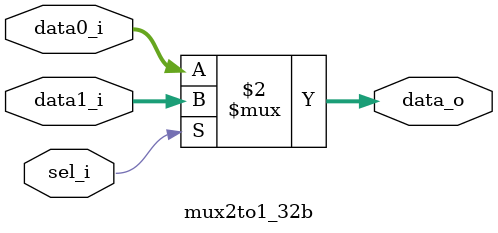
<source format=sv>
module mux2to1_32b (
  input  logic sel_i,
  input  logic [31:0]  data0_i,
  input  logic [31:0]  data1_i,
  output logic [31:0]  data_o
);
  assign data_o = (!sel_i) ? data0_i : data1_i ;
  
endmodule

</source>
